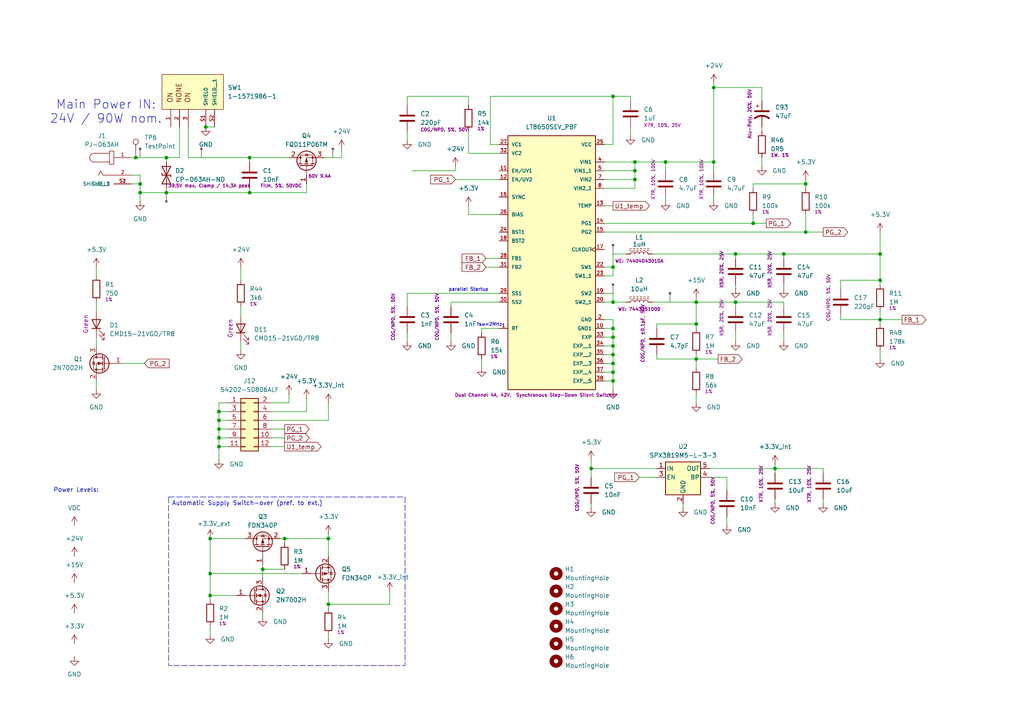
<source format=kicad_sch>
(kicad_sch (version 20250114) (generator "eeschema") (generator_version "9.0")
  (paper "A4")
  (title_block (title "Nathophone Driver Board") (date "2025-10-13") (rev "DRAFT") (company "Juventus Technikerschule HF"))
  (text "Main Power IN:\n24V / 90W nom." (at 30.734 32.512 0) (effects (font (size 2.54 2.54))))
  (text "fsw=2MHz" (at 141.986 94.234 0) (effects (font (size 0.9525 0.9525))))
  (text "Power Levels:" (at 22.098 142.24 0) (effects (font (size 1.27 1.27))))
  (text "parallel Startup\n" (at 135.89 84.074 0) (effects (font (size 0.9525 0.9525))))
  (text_box "Automatic Supply Switch-over (pref. to ext.)" (at 48.895 144.145 0) (size 68.58 48.895) (margins 0.9525 0.9525 0.9525 0.9525) (stroke (width 0) (type dash)) (effects (font (size 1.27 1.27)) (justify left top)))
  (junction (at 177.8 97.79))
  (junction (at 60.96 166.37))
  (junction (at 233.68 67.31))
  (junction (at 177.8 100.33))
  (junction (at 213.36 87.63))
  (junction (at 255.27 92.71))
  (junction (at 82.55 156.21))
  (junction (at 255.27 81.28))
  (junction (at 177.8 87.63))
  (junction (at 255.27 73.66))
  (junction (at 224.79 135.89))
  (junction (at 63.5 129.54))
  (junction (at 193.04 46.99))
  (junction (at 184.15 49.53))
  (junction (at 177.8 105.41))
  (junction (at 213.36 73.66))
  (junction (at 207.01 46.99))
  (junction (at 39.37 45.72))
  (junction (at 177.8 77.47))
  (junction (at 184.15 52.07))
  (junction (at 177.8 102.87))
  (junction (at 177.8 95.25))
  (junction (at 63.5 119.38))
  (junction (at 201.93 87.63))
  (junction (at 177.8 110.49))
  (junction (at 201.93 104.14))
  (junction (at 72.39 55.88))
  (junction (at 76.2 165.1))
  (junction (at 60.96 156.21))
  (junction (at 218.44 64.77))
  (junction (at 60.96 172.72))
  (junction (at 201.93 93.98))
  (junction (at 63.5 127))
  (junction (at 227.33 73.66))
  (junction (at 59.69 36.83))
  (junction (at 177.8 107.95))
  (junction (at 72.39 45.72))
  (junction (at 48.26 55.88))
  (junction (at 171.45 135.89))
  (junction (at 207.01 25.4))
  (junction (at 184.15 46.99))
  (junction (at 48.26 45.72))
  (junction (at 95.25 156.21))
  (junction (at 40.64 55.88))
  (junction (at 63.5 121.92))
  (junction (at 177.8 27.94))
  (junction (at 40.64 53.34))
  (junction (at 233.68 53.34))
  (junction (at 63.5 124.46))
  (junction (at 95.25 175.26))
  (wire (pts (xy 177.8 27.94) (xy 177.8 41.91)))
  (wire (pts (xy 118.11 96.52) (xy 118.11 99.06)))
  (wire (pts (xy 201.93 114.3) (xy 201.93 116.84)))
  (wire (pts (xy 201.93 104.14) (xy 201.93 106.68)))
  (wire (pts (xy 175.26 107.95) (xy 177.8 107.95)))
  (wire (pts (xy 54.61 45.72) (xy 72.39 45.72)))
  (wire (pts (xy 27.94 87.63) (xy 27.94 90.17)))
  (wire (pts (xy 207.01 25.4) (xy 207.01 46.99)))
  (wire (pts (xy 27.94 110.49) (xy 27.94 113.03)))
  (wire (pts (xy 175.26 102.87) (xy 177.8 102.87)))
  (wire (pts (xy 189.23 73.66) (xy 213.36 73.66)))
  (wire (pts (xy 175.26 92.71) (xy 177.8 92.71)))
  (wire (pts (xy 140.97 74.93) (xy 144.78 74.93)))
  (wire (pts (xy 118.11 85.09) (xy 118.11 88.9)))
  (wire (pts (xy 139.7 95.25) (xy 139.7 96.52)))
  (wire (pts (xy 63.5 129.54) (xy 63.5 127)))
  (wire (pts (xy 255.27 81.28) (xy 255.27 82.55)))
  (wire (pts (xy 207.01 46.99) (xy 207.01 49.53)))
  (wire (pts (xy 210.82 138.43) (xy 210.82 142.24)))
  (wire (pts (xy 82.55 156.21) (xy 95.25 156.21)))
  (wire (pts (xy 175.26 87.63) (xy 177.8 87.63)))
  (wire (pts (xy 227.33 82.55) (xy 227.33 83.82)))
  (wire (pts (xy 177.8 102.87) (xy 177.8 105.41)))
  (wire (pts (xy 227.33 73.66) (xy 255.27 73.66)))
  (wire (pts (xy 201.93 93.98) (xy 201.93 95.25)))
  (wire (pts (xy 139.7 104.14) (xy 139.7 106.68)))
  (wire (pts (xy 238.76 144.78) (xy 238.76 146.05)))
  (wire (pts (xy 93.98 45.72) (xy 99.06 45.72)))
  (wire (pts (xy 184.15 46.99) (xy 193.04 46.99)))
  (wire (pts (xy 118.11 38.1) (xy 118.11 40.64)))
  (wire (pts (xy 255.27 92.71) (xy 261.62 92.71)))
  (wire (pts (xy 255.27 101.6) (xy 255.27 104.14)))
  (wire (pts (xy 233.68 62.23) (xy 233.68 67.31)))
  (wire (pts (xy 144.78 52.07) (xy 132.08 52.07)))
  (wire (pts (xy 243.84 92.71) (xy 255.27 92.71)))
  (wire (pts (xy 220.98 45.72) (xy 220.98 48.26)))
  (wire (pts (xy 113.03 175.26) (xy 95.25 175.26)))
  (wire (pts (xy 177.8 87.63) (xy 177.8 85.09)))
  (wire (pts (xy 69.85 99.06) (xy 69.85 101.6)))
  (wire (pts (xy 72.39 54.61) (xy 72.39 55.88)))
  (wire (pts (xy 218.44 64.77) (xy 222.25 64.77)))
  (wire (pts (xy 255.27 73.66) (xy 255.27 81.28)))
  (wire (pts (xy 182.88 36.83) (xy 182.88 39.37)))
  (wire (pts (xy 38.1 45.72) (xy 39.37 45.72)))
  (wire (pts (xy 39.37 44.45) (xy 39.37 45.72)))
  (wire (pts (xy 213.36 96.52) (xy 213.36 99.06)))
  (wire (pts (xy 177.8 73.66) (xy 181.61 73.66)))
  (wire (pts (xy 113.03 171.45) (xy 113.03 175.26)))
  (wire (pts (xy 52.07 36.83) (xy 52.07 45.72)))
  (wire (pts (xy 48.26 55.88) (xy 72.39 55.88)))
  (wire (pts (xy 175.26 105.41) (xy 177.8 105.41)))
  (wire (pts (xy 27.94 97.79) (xy 27.94 100.33)))
  (wire (pts (xy 177.8 100.33) (xy 177.8 102.87)))
  (wire (pts (xy 190.5 95.25) (xy 190.5 93.98)))
  (wire (pts (xy 175.26 80.01) (xy 177.8 80.01)))
  (wire (pts (xy 38.1 50.8) (xy 40.64 50.8)))
  (wire (pts (xy 78.74 127) (xy 82.55 127)))
  (wire (pts (xy 220.98 29.21) (xy 220.98 25.4)))
  (wire (pts (xy 48.26 45.72) (xy 48.26 46.99)))
  (wire (pts (xy 201.93 87.63) (xy 201.93 93.98)))
  (wire (pts (xy 177.8 87.63) (xy 181.61 87.63)))
  (wire (pts (xy 201.93 102.87) (xy 201.93 104.14)))
  (wire (pts (xy 40.64 55.88) (xy 48.26 55.88)))
  (wire (pts (xy 38.1 53.34) (xy 40.64 53.34)))
  (wire (pts (xy 175.26 95.25) (xy 177.8 95.25)))
  (wire (pts (xy 60.96 166.37) (xy 60.96 172.72)))
  (wire (pts (xy 193.04 46.99) (xy 207.01 46.99)))
  (wire (pts (xy 220.98 36.83) (xy 220.98 38.1)))
  (wire (pts (xy 72.39 55.88) (xy 88.9 55.88)))
  (wire (pts (xy 184.15 52.07) (xy 184.15 49.53)))
  (wire (pts (xy 72.39 45.72) (xy 83.82 45.72)))
  (wire (pts (xy 224.79 135.89) (xy 238.76 135.89)))
  (wire (pts (xy 182.88 27.94) (xy 177.8 27.94)))
  (wire (pts (xy 40.64 53.34) (xy 40.64 55.88)))
  (wire (pts (xy 205.74 135.89) (xy 224.79 135.89)))
  (wire (pts (xy 213.36 73.66) (xy 227.33 73.66)))
  (wire (pts (xy 177.8 105.41) (xy 177.8 107.95)))
  (wire (pts (xy 95.25 171.45) (xy 95.25 175.26)))
  (wire (pts (xy 78.74 124.46) (xy 82.55 124.46)))
  (wire (pts (xy 59.69 36.83) (xy 62.23 36.83)))
  (wire (pts (xy 82.55 156.21) (xy 82.55 157.48)))
  (wire (pts (xy 171.45 138.43) (xy 171.45 135.89)))
  (wire (pts (xy 83.82 114.3) (xy 83.82 116.84)))
  (wire (pts (xy 218.44 62.23) (xy 218.44 64.77)))
  (wire (pts (xy 83.82 116.84) (xy 78.74 116.84)))
  (wire (pts (xy 243.84 81.28) (xy 255.27 81.28)))
  (wire (pts (xy 69.85 77.47) (xy 69.85 81.28)))
  (wire (pts (xy 213.36 73.66) (xy 213.36 74.93)))
  (wire (pts (xy 88.9 115.57) (xy 88.9 119.38)))
  (wire (pts (xy 88.9 53.34) (xy 88.9 55.88)))
  (wire (pts (xy 95.25 175.26) (xy 95.25 176.53)))
  (wire (pts (xy 227.33 96.52) (xy 227.33 99.06)))
  (wire (pts (xy 175.26 100.33) (xy 177.8 100.33)))
  (wire (pts (xy 171.45 135.89) (xy 190.5 135.89)))
  (wire (pts (xy 63.5 119.38) (xy 63.5 116.84)))
  (wire (pts (xy 177.8 110.49) (xy 177.8 113.03)))
  (wire (pts (xy 40.64 50.8) (xy 40.64 53.34)))
  (wire (pts (xy 95.25 184.15) (xy 95.25 185.42)))
  (wire (pts (xy 99.06 45.72) (xy 99.06 43.18)))
  (wire (pts (xy 213.36 87.63) (xy 213.36 88.9)))
  (wire (pts (xy 175.26 46.99) (xy 184.15 46.99)))
  (wire (pts (xy 118.11 85.09) (xy 144.78 85.09)))
  (wire (pts (xy 177.8 95.25) (xy 177.8 97.79)))
  (wire (pts (xy 144.78 62.23) (xy 135.89 62.23)))
  (wire (pts (xy 227.33 87.63) (xy 213.36 87.63)))
  (wire (pts (xy 135.89 27.94) (xy 118.11 27.94)))
  (wire (pts (xy 72.39 46.99) (xy 72.39 45.72)))
  (wire (pts (xy 76.2 165.1) (xy 76.2 167.64)))
  (wire (pts (xy 130.81 88.9) (xy 130.81 87.63)))
  (wire (pts (xy 132.08 49.53) (xy 119.38 49.53)))
  (wire (pts (xy 201.93 87.63) (xy 201.93 86.36)))
  (wire (pts (xy 175.26 110.49) (xy 177.8 110.49)))
  (wire (pts (xy 63.5 121.92) (xy 63.5 119.38)))
  (wire (pts (xy 95.25 116.84) (xy 95.25 121.92)))
  (wire (pts (xy 233.68 52.07) (xy 233.68 53.34)))
  (wire (pts (xy 190.5 104.14) (xy 201.93 104.14)))
  (wire (pts (xy 213.36 87.63) (xy 201.93 87.63)))
  (wire (pts (xy 224.79 135.89) (xy 224.79 137.16)))
  (wire (pts (xy 177.8 107.95) (xy 177.8 110.49)))
  (wire (pts (xy 63.5 116.84) (xy 66.04 116.84)))
  (wire (pts (xy 69.85 88.9) (xy 69.85 91.44)))
  (wire (pts (xy 60.96 156.21) (xy 71.12 156.21)))
  (wire (pts (xy 76.2 165.1) (xy 82.55 165.1)))
  (wire (pts (xy 60.96 181.61) (xy 60.96 184.15)))
  (wire (pts (xy 144.78 44.45) (xy 135.89 44.45)))
  (wire (pts (xy 88.9 119.38) (xy 78.74 119.38)))
  (wire (pts (xy 224.79 134.62) (xy 224.79 135.89)))
  (wire (pts (xy 35.56 105.41) (xy 41.91 105.41)))
  (wire (pts (xy 130.81 96.52) (xy 130.81 99.06)))
  (wire (pts (xy 60.96 166.37) (xy 87.63 166.37)))
  (wire (pts (xy 78.74 129.54) (xy 82.55 129.54)))
  (wire (pts (xy 184.15 49.53) (xy 184.15 46.99)))
  (wire (pts (xy 171.45 133.35) (xy 171.45 135.89)))
  (wire (pts (xy 190.5 93.98) (xy 201.93 93.98)))
  (wire (pts (xy 233.68 67.31) (xy 238.76 67.31)))
  (wire (pts (xy 182.88 29.21) (xy 182.88 27.94)))
  (wire (pts (xy 233.68 53.34) (xy 233.68 54.61)))
  (wire (pts (xy 184.15 54.61) (xy 184.15 52.07)))
  (wire (pts (xy 224.79 144.78) (xy 224.79 146.05)))
  (wire (pts (xy 54.61 36.83) (xy 54.61 45.72)))
  (wire (pts (xy 175.26 85.09) (xy 177.8 85.09)))
  (wire (pts (xy 63.5 127) (xy 66.04 127)))
  (wire (pts (xy 177.8 77.47) (xy 177.8 73.66)))
  (wire (pts (xy 95.25 121.92) (xy 78.74 121.92)))
  (wire (pts (xy 171.45 146.05) (xy 171.45 147.32)))
  (wire (pts (xy 175.26 97.79) (xy 177.8 97.79)))
  (wire (pts (xy 40.64 55.88) (xy 40.64 58.42)))
  (wire (pts (xy 255.27 67.31) (xy 255.27 73.66)))
  (wire (pts (xy 63.5 133.35) (xy 63.5 129.54)))
  (wire (pts (xy 63.5 127) (xy 63.5 124.46)))
  (wire (pts (xy 140.97 77.47) (xy 144.78 77.47)))
  (wire (pts (xy 207.01 57.15) (xy 207.01 58.42)))
  (wire (pts (xy 144.78 95.25) (xy 139.7 95.25)))
  (wire (pts (xy 175.26 52.07) (xy 184.15 52.07)))
  (wire (pts (xy 60.96 172.72) (xy 60.96 173.99)))
  (wire (pts (xy 142.24 27.94) (xy 177.8 27.94)))
  (wire (pts (xy 95.25 156.21) (xy 95.25 161.29)))
  (wire (pts (xy 189.23 87.63) (xy 201.93 87.63)))
  (wire (pts (xy 135.89 44.45) (xy 135.89 38.1)))
  (wire (pts (xy 227.33 88.9) (xy 227.33 87.63)))
  (wire (pts (xy 95.25 154.94) (xy 95.25 156.21)))
  (wire (pts (xy 48.26 45.72) (xy 52.07 45.72)))
  (wire (pts (xy 175.26 59.69) (xy 177.8 59.69)))
  (wire (pts (xy 118.11 27.94) (xy 118.11 30.48)))
  (wire (pts (xy 218.44 53.34) (xy 233.68 53.34)))
  (wire (pts (xy 207.01 24.13) (xy 207.01 25.4)))
  (wire (pts (xy 218.44 54.61) (xy 218.44 53.34)))
  (wire (pts (xy 82.55 156.21) (xy 81.28 156.21)))
  (wire (pts (xy 193.04 57.15) (xy 193.04 58.42)))
  (wire (pts (xy 177.8 41.91) (xy 175.26 41.91)))
  (wire (pts (xy 76.2 163.83) (xy 76.2 165.1)))
  (wire (pts (xy 63.5 119.38) (xy 66.04 119.38)))
  (wire (pts (xy 220.98 25.4) (xy 207.01 25.4)))
  (wire (pts (xy 39.37 45.72) (xy 48.26 45.72)))
  (wire (pts (xy 60.96 156.21) (xy 60.96 166.37)))
  (wire (pts (xy 63.5 121.92) (xy 66.04 121.92)))
  (wire (pts (xy 63.5 129.54) (xy 66.04 129.54)))
  (wire (pts (xy 76.2 177.8) (xy 76.2 179.07)))
  (wire (pts (xy 144.78 41.91) (xy 142.24 41.91)))
  (wire (pts (xy 185.42 138.43) (xy 190.5 138.43)))
  (wire (pts (xy 177.8 97.79) (xy 177.8 100.33)))
  (wire (pts (xy 175.26 64.77) (xy 218.44 64.77)))
  (wire (pts (xy 142.24 41.91) (xy 142.24 27.94)))
  (wire (pts (xy 175.26 49.53) (xy 184.15 49.53)))
  (wire (pts (xy 227.33 73.66) (xy 227.33 74.93)))
  (wire (pts (xy 190.5 102.87) (xy 190.5 104.14)))
  (wire (pts (xy 48.26 54.61) (xy 48.26 55.88)))
  (wire (pts (xy 238.76 135.89) (xy 238.76 137.16)))
  (wire (pts (xy 68.58 172.72) (xy 60.96 172.72)))
  (wire (pts (xy 243.84 83.82) (xy 243.84 81.28)))
  (wire (pts (xy 135.89 62.23) (xy 135.89 59.69)))
  (wire (pts (xy 205.74 138.43) (xy 210.82 138.43)))
  (wire (pts (xy 177.8 80.01) (xy 177.8 77.47)))
  (wire (pts (xy 243.84 91.44) (xy 243.84 92.71)))
  (wire (pts (xy 175.26 77.47) (xy 177.8 77.47)))
  (wire (pts (xy 130.81 87.63) (xy 144.78 87.63)))
  (wire (pts (xy 175.26 54.61) (xy 184.15 54.61)))
  (wire (pts (xy 27.94 77.47) (xy 27.94 80.01)))
  (wire (pts (xy 255.27 92.71) (xy 255.27 93.98)))
  (wire (pts (xy 135.89 30.48) (xy 135.89 27.94)))
  (wire (pts (xy 213.36 82.55) (xy 213.36 83.82)))
  (wire (pts (xy 210.82 149.86) (xy 210.82 152.4)))
  (wire (pts (xy 177.8 92.71) (xy 177.8 95.25)))
  (wire (pts (xy 201.93 104.14) (xy 208.28 104.14)))
  (wire (pts (xy 175.26 67.31) (xy 233.68 67.31)))
  (wire (pts (xy 193.04 49.53) (xy 193.04 46.99)))
  (wire (pts (xy 132.08 49.53) (xy 132.08 48.26)))
  (wire (pts (xy 255.27 90.17) (xy 255.27 92.71)))
  (wire (pts (xy 198.12 146.05) (xy 198.12 147.32)))
  (wire (pts (xy 63.5 124.46) (xy 66.04 124.46)))
  (wire (pts (xy 63.5 124.46) (xy 63.5 121.92)))
  (global_label "FB_2" (shape input) (at 140.97 77.47 180) (property "Intersheetrefs" "${INTERSHEET_REFS}" (effects (hide yes))))
  (global_label "FB_2" (shape output) (at 208.28 104.14 0) (property "Intersheetrefs" "${INTERSHEET_REFS}" (effects (hide yes))))
  (global_label "PG_1" (shape output) (at 82.55 124.46 0) (property "Intersheetrefs" "${INTERSHEET_REFS}" (effects (hide yes))))
  (global_label "PG_1" (shape input) (at 185.42 138.43 180) (property "Intersheetrefs" "${INTERSHEET_REFS}" (effects (hide yes))))
  (global_label "U1_temp" (shape output) (at 177.8 59.69 0) (property "Intersheetrefs" "${INTERSHEET_REFS}" (effects (hide yes))))
  (global_label "PG_2" (shape output) (at 82.55 127 0) (property "Intersheetrefs" "${INTERSHEET_REFS}" (effects (hide yes))))
  (global_label "PG_2" (shape input) (at 41.91 105.41 0) (property "Intersheetrefs" "${INTERSHEET_REFS}" (effects (hide yes))))
  (global_label "FB_1" (shape output) (at 261.62 92.71 0) (property "Intersheetrefs" "${INTERSHEET_REFS}" (effects (hide yes))))
  (global_label "PG_1" (shape input) (at 132.08 52.07 180) (property "Intersheetrefs" "${INTERSHEET_REFS}" (effects (hide yes))))
  (global_label "FB_1" (shape input) (at 140.97 74.93 180) (property "Intersheetrefs" "${INTERSHEET_REFS}" (effects (hide yes))))
  (global_label "PG_1" (shape output) (at 222.25 64.77 0) (property "Intersheetrefs" "${INTERSHEET_REFS}" (effects (hide yes))))
  (global_label "PG_2" (shape output) (at 238.76 67.31 0) (property "Intersheetrefs" "${INTERSHEET_REFS}" (effects (hide yes))))
  (global_label "U1_temp" (shape output) (at 82.55 129.54 0) (property "Intersheetrefs" "${INTERSHEET_REFS}" (effects (hide yes))))
  (netclass_flag "" (length 2.54) (shape dot) (at 40.64 45.72 0) (property "Netclass" "Power_Input" (effects (hide yes))))
  (netclass_flag "" (length 2.54) (shape dot) (at 58.42 45.72 0) (property "Netclass" "Power_Input" (effects (hide yes))))
  (netclass_flag "" (length 2.54) (shape dot) (at 177.8 73.66 0) (property "Netclass" "Power_General" (effects (hide yes))))
  (netclass_flag "" (length 2.54) (shape dot) (at 194.31 87.63 0) (property "Netclass" "Power_DRVs" (effects (hide yes))))
  (netclass_flag "" (length 2.54) (shape dot) (at 96.52 45.72 0) (property "Netclass" "Power_Input" (effects (hide yes))))
  (netclass_flag "" (length 2.54) (shape dot) (at 48.26 55.88 180) (property "Netclass" "Power_Input" (effects (hide yes))))
  (netclass_flag "" (length 2.54) (shape dot) (at 177.8 85.09 0) (property "Netclass" "Power_DRVs" (effects (hide yes))))
  (symbol (lib_id "power:+24V") (at 69.85 77.47 0) (unit 1)
    (property "Reference" "#PWR0139" (effects (hide yes)))
    (property "Value" "+24V" (at 69.85 72.39 0))
    (property "Description" "Power symbol creates a global label with name \"+24V\"" (effects (hide yes)))
  )
  (symbol (lib_id "power:+5V") (at 171.45 133.35 0) (unit 1)
    (property "Reference" "#PWR023" (effects (hide yes)))
    (property "Value" "+5.3V" (at 171.45 128.27 0))
    (property "Description" "Power symbol creates a global label with name \"+5V\"" (effects (hide yes)))
  )
  (symbol (lib_id "Device:C") (at 213.36 78.74 0) (unit 1)
    (property "Reference" "C11" (at 217.17 77.4699 0) (effects (justify left)))
    (property "Value" "47uF" (at 217.17 80.0099 0) (effects (justify left)))
    (property "Footprint" "Capacitor_SMD:C_1206_3216Metric" (effects (hide yes)))
    (property "Datasheet" "https://product.tdk.com/system/files/dam/doc/product/capacitor/ceramic/mlcc/catalog/mlcc_commercial_general_en.pdf" (effects (hide yes)))
    (property "Description" "Unpolarized capacitor" (effects (hide yes)))
    (property "DigiKey_PartNo" "445-8047-2-ND" (effects (hide yes)))
    (property "Key Info" "X5R, 20%, 25V" (at 209.296 83.566 90) (effects (font (size 0.9525 0.9525)) (justify left)))
  )
  (symbol (lib_id "Device:R") (at 82.55 161.29 0) (unit 1)
    (property "Reference" "R3" (at 85.09 160.0199 0) (effects (justify left)))
    (property "Value" "1M" (at 85.09 162.5599 0) (effects (justify left)))
    (property "Footprint" "Resistor_SMD:R_0805_2012Metric" (effects (hide yes)))
    (property "Datasheet" "https://www.vishay.com/docs/20035/dcrcwe3.pdf" (effects (hide yes)))
    (property "Description" "Resistor" (effects (hide yes)))
    (property "DigiKey_PartNo" "541-1.00MCTR-ND" (effects (hide yes)))
    (property "Key Info" "1%" (at 85.09 164.338 0) (effects (font (size 0.9525 0.9525)) (justify left)))
  )
  (symbol (lib_id "Device:C") (at 210.82 146.05 0) (unit 1)
    (property "Reference" "C10" (at 214.63 144.7799 0) (effects (justify left)))
    (property "Value" "10nF" (at 214.63 147.3199 0) (effects (justify left)))
    (property "Footprint" "Capacitor_SMD:C_0805_2012Metric" (effects (hide yes)))
    (property "Datasheet" "http://www.samsungsem.com/kr/support/product-search/mlcc/CL21C103JBF1PNE.jsp" (effects (hide yes)))
    (property "Description" "Unpolarized capacitor" (effects (hide yes)))
    (property "DigiKey_PartNo" "1276-6790-2-ND" (effects (hide yes)))
    (property "Key Info" "C0G/NP0, 5%, 50V" (at 206.756 152.146 90) (effects (font (size 0.9525 0.9525)) (justify left)))
  )
  (symbol (lib_id "power:+24V") (at 132.08 48.26 0) (unit 1)
    (property "Reference" "#PWR020" (effects (hide yes)))
    (property "Value" "+24V" (at 132.08 43.18 0))
    (property "Description" "Power symbol creates a global label with name \"+24V\"" (effects (hide yes)))
  )
  (symbol (lib_id "Mechanical:MountingHole") (at 161.29 191.77 0) (unit 1) (in_bom no)
    (property "Reference" "H6" (at 163.83 190.4999 0) (effects (justify left)))
    (property "Value" "MountingHole" (at 163.83 193.0399 0) (effects (justify left)))
    (property "Footprint" "MountingHole:MountingHole_3.2mm_M3" (effects (hide yes)))
    (property "Description" "Mounting Hole without connection" (effects (hide yes)))
  )
  (symbol (lib_id "Device:R") (at 95.25 180.34 0) (unit 1)
    (property "Reference" "R4" (at 97.79 179.0699 0) (effects (justify left)))
    (property "Value" "1M" (at 97.79 181.6099 0) (effects (justify left)))
    (property "Footprint" "Resistor_SMD:R_0805_2012Metric" (effects (hide yes)))
    (property "Datasheet" "https://www.vishay.com/docs/20035/dcrcwe3.pdf" (effects (hide yes)))
    (property "Description" "Resistor" (effects (hide yes)))
    (property "DigiKey_PartNo" "541-1.00MCTR-ND" (effects (hide yes)))
    (property "Key Info" "1%" (at 97.79 183.388 0) (effects (font (size 0.9525 0.9525)) (justify left)))
  )
  (symbol (lib_id "Device:C") (at 72.39 50.8 0) (unit 1)
    (property "Reference" "C1" (at 76.2 49.5299 0) (effects (justify left)))
    (property "Value" "10nF" (at 76.2 52.0699 0) (effects (justify left)))
    (property "Footprint" "Capacitor_SMD:C_1206_3216Metric" (effects (hide yes)))
    (property "Datasheet" "https://industrial.panasonic.com/ww/products/pt/film-cap-electroequip/models/ECHU1H103JX5" (effects (hide yes)))
    (property "Description" "Unpolarized capacitor" (effects (hide yes)))
    (property "DigiKey_PartNo" "PCF1340TR-ND" (effects (hide yes)))
    (property "Key Info" "Film, 5%, 50VDC" (at 81.534 53.848 0) (effects (font (size 0.9525 0.9525))))
  )
  (symbol (lib_id "Device:D_TVS") (at 48.26 50.8 90) (unit 1)
    (property "Reference" "D2" (at 50.8 49.5299 90) (effects (justify right)))
    (property "Value" "CP-063AH-ND" (at 50.8 52.0699 90) (effects (justify right)))
    (property "Footprint" "Diode_SMD:D_SMB" (effects (hide yes)))
    (property "Datasheet" "https://www.littelfuse.com/assetdocs/tvs-diode-tpsmb-datasheet?assetguid=E7A196A8-A225-4724-AB76-7C22E0D48557" (effects (hide yes)))
    (property "Description" "Bidirectional transient-voltage-suppression diode" (effects (hide yes)))
    (property "DigiKey_PartNo" "18-TPSMB2616CATR-ND" (effects (hide yes)))
    (property "Key Info" "39,5V max. Clamp / 14,3A peak" (at 60.706 53.848 90) (effects (font (size 0.9525 0.9525))))
  )
  (symbol (lib_id "power:GND") (at 63.5 133.35 0) (unit 1)
    (property "Reference" "#PWR0138" (effects (hide yes)))
    (property "Value" "GND" (at 68.58 134.62 0))
    (property "Description" "Power symbol creates a global label with name \"GND\" , ground" (effects (hide yes)))
  )
  (symbol (lib_id "Mechanical:MountingHole") (at 161.29 186.69 0) (unit 1) (in_bom no)
    (property "Reference" "H5" (at 163.83 185.4199 0) (effects (justify left)))
    (property "Value" "MountingHole" (at 163.83 187.9599 0) (effects (justify left)))
    (property "Footprint" "MountingHole:MountingHole_3.2mm_M3" (effects (hide yes)))
    (property "Description" "Mounting Hole without connection" (effects (hide yes)))
  )
  (symbol (lib_id "power:GND") (at 60.96 184.15 0) (unit 1)
    (property "Reference" "#PWR011" (effects (hide yes)))
    (property "Value" "GND" (at 66.04 185.42 0))
    (property "Description" "Power symbol creates a global label with name \"GND\" , ground" (effects (hide yes)))
  )
  (symbol (lib_id "power:+15V") (at 201.93 86.36 0) (unit 1)
    (property "Reference" "#PWR029" (effects (hide yes)))
    (property "Value" "+15V" (at 201.93 81.28 0))
    (property "Description" "Power symbol creates a global label with name \"+15V\"" (effects (hide yes)))
  )
  (symbol (lib_id "power:+15V") (at 21.59 168.91 0) (unit 1)
    (property "Reference" "#PWR03" (effects (hide yes)))
    (property "Value" "+15V" (at 21.59 163.83 0))
    (property "Description" "Power symbol creates a global label with name \"+15V\"" (effects (hide yes)))
  )
  (symbol (lib_id "Device:C") (at 224.79 140.97 0) (unit 1)
    (property "Reference" "C13" (at 228.6 139.6999 0) (effects (justify left)))
    (property "Value" "10uF" (at 228.6 142.2399 0) (effects (justify left)))
    (property "Footprint" "Capacitor_SMD:C_1206_3216Metric" (effects (hide yes)))
    (property "Datasheet" "https://mm.digikey.com/Volume0/opasdata/d220001/medias/docus/658/CL31B106KAHNNNE_Spec.pdf" (effects (hide yes)))
    (property "Description" "Unpolarized capacitor" (effects (hide yes)))
    (property "DigiKey_PartNo" "1276-1804-2-ND" (effects (hide yes)))
    (property "Key Info" "X7R, 10%, 25V" (at 220.726 145.796 90) (effects (font (size 0.9525 0.9525)) (justify left)))
  )
  (symbol (lib_id "Device:C") (at 118.11 34.29 0) (unit 1)
    (property "Reference" "C2" (at 121.92 33.0199 0) (effects (justify left)))
    (property "Value" "220pF" (at 121.92 35.5599 0) (effects (justify left)))
    (property "Footprint" "Capacitor_SMD:C_0805_2012Metric" (effects (hide yes)))
    (property "Datasheet" "http://www.samsungsem.com/kr/support/product-search/mlcc/CL21C221JBANNNC.jsp" (effects (hide yes)))
    (property "Description" "Unpolarized capacitor" (effects (hide yes)))
    (property "DigiKey_PartNo" "1276-1164-2-ND" (effects (hide yes)))
    (property "Key Info" "C0G/NP0, 5%, 50V" (at 121.92 37.592 0) (effects (font (size 0.9525 0.9525)) (justify left)))
  )
  (symbol (lib_id "Device:C") (at 182.88 33.02 0) (unit 1)
    (property "Reference" "C6" (at 186.69 31.7499 0) (effects (justify left)))
    (property "Value" "1uF" (at 186.69 34.2899 0) (effects (justify left)))
    (property "Footprint" "Capacitor_SMD:C_0805_2012Metric" (effects (hide yes)))
    (property "Datasheet" "https://mm.digikey.com/Volume0/opasdata/d220001/medias/docus/1105/CL21B105KAFNNNE_Spec.pdf" (effects (hide yes)))
    (property "Description" "Unpolarized capacitor" (effects (hide yes)))
    (property "DigiKey_PartNo" "1276-1066-2-ND" (effects (hide yes)))
    (property "Key Info" "X7R, 10%, 25V" (at 186.69 36.322 0) (effects (font (size 0.9525 0.9525)) (justify left)))
  )
  (symbol (lib_id "Transistor_FET:FDN340P") (at 92.71 166.37 0) (mirror x) (unit 1)
    (property "Reference" "Q5" (at 99.06 165.0999 0) (effects (justify left)))
    (property "Value" "FDN340P" (at 99.06 167.6399 0) (effects (justify left)))
    (property "Footprint" "Package_TO_SOT_SMD:SOT-23" (effects (hide yes)))
    (property "Datasheet" "https://www.onsemi.com/pub/Collateral/FDN340P-D.PDF" (effects (hide yes)))
    (property "Description" "-2A Id, -20V Vds, P-Channel MOSFET, 70mOhm Ron, SOT-23" (effects (hide yes)))
    (property "DigiKey_PartNo" "FDN340PTR-ND" (effects (hide yes)))
  )
  (symbol (lib_id "Mechanical:MountingHole") (at 161.29 166.37 0) (unit 1) (in_bom no)
    (property "Reference" "H1" (at 163.83 165.0999 0) (effects (justify left)))
    (property "Value" "MountingHole" (at 163.83 167.6399 0) (effects (justify left)))
    (property "Footprint" "MountingHole:MountingHole_3.2mm_M3" (effects (hide yes)))
    (property "Description" "Mounting Hole without connection" (effects (hide yes)))
  )
  (symbol (lib_id "power:+3.3V") (at 95.25 154.94 0) (unit 1)
    (property "Reference" "#PWR013" (effects (hide yes)))
    (property "Value" "+3.3V" (at 95.25 149.86 0))
    (property "Description" "Power symbol creates a global label with name \"+3.3V\"" (effects (hide yes)))
  )
  (symbol (lib_id "Device:R") (at 201.93 110.49 0) (unit 1)
    (property "Reference" "R8" (at 204.47 109.2199 0) (effects (justify left)))
    (property "Value" "56k" (at 204.47 111.7599 0) (effects (justify left)))
    (property "Footprint" "Resistor_SMD:R_0805_2012Metric" (effects (hide yes)))
    (property "Datasheet" "https://www.vishay.com/docs/20035/dcrcwe3.pdf" (effects (hide yes)))
    (property "Description" "Resistor" (effects (hide yes)))
    (property "DigiKey_PartNo" "541-56.0KCTR-ND" (effects (hide yes)))
    (property "Key Info" "1%" (at 204.47 113.538 0) (effects (font (size 0.9525 0.9525)) (justify left)))
  )
  (symbol (lib_id "power:+3.3V") (at 95.25 116.84 0) (unit 1)
    (property "Reference" "#PWR0137" (effects (hide yes)))
    (property "Value" "+3.3V_int" (at 95.25 111.76 0))
    (property "Description" "Power symbol creates a global label with name \"+3.3V\"" (effects (hide yes)))
  )
  (symbol (lib_id "Device:C") (at 213.36 92.71 0) (unit 1)
    (property "Reference" "C12" (at 217.17 91.4399 0) (effects (justify left)))
    (property "Value" "47uF" (at 217.17 93.9799 0) (effects (justify left)))
    (property "Footprint" "Capacitor_SMD:C_1206_3216Metric" (effects (hide yes)))
    (property "Datasheet" "https://product.tdk.com/system/files/dam/doc/product/capacitor/ceramic/mlcc/catalog/mlcc_commercial_general_en.pdf" (effects (hide yes)))
    (property "Description" "Unpolarized capacitor" (effects (hide yes)))
    (property "DigiKey_PartNo" "445-8047-2-ND" (effects (hide yes)))
    (property "Key Info" "X5R, 20%, 25V" (at 209.296 97.536 90) (effects (font (size 0.9525 0.9525)) (justify left)))
  )
  (symbol (lib_id "power:+3.3V") (at 224.79 134.62 0) (unit 1)
    (property "Reference" "#PWR036" (effects (hide yes)))
    (property "Value" "+3.3V_int" (at 224.79 129.54 0))
    (property "Description" "Power symbol creates a global label with name \"+3.3V\"" (effects (hide yes)))
  )
  (symbol (lib_id "power:+24V") (at 99.06 43.18 0) (unit 1)
    (property "Reference" "#PWR015" (effects (hide yes)))
    (property "Value" "+24V" (at 99.06 38.1 0))
    (property "Description" "Power symbol creates a global label with name \"+24V\"" (effects (hide yes)))
  )
  (symbol (lib_id "power:GND") (at 76.2 179.07 0) (unit 1)
    (property "Reference" "#PWR012" (effects (hide yes)))
    (property "Value" "GND" (at 81.28 180.34 0))
    (property "Description" "Power symbol creates a global label with name \"GND\" , ground" (effects (hide yes)))
  )
  (symbol (lib_id "power:+5V") (at 255.27 67.31 0) (unit 1)
    (property "Reference" "#PWR042" (effects (hide yes)))
    (property "Value" "+5.3V" (at 255.27 62.23 0))
    (property "Description" "Power symbol creates a global label with name \"+5V\"" (effects (hide yes)))
  )
  (symbol (lib_id "power:GND") (at 171.45 147.32 0) (unit 1)
    (property "Reference" "#PWR024" (effects (hide yes)))
    (property "Value" "GND" (at 176.53 148.59 0))
    (property "Description" "Power symbol creates a global label with name \"GND\" , ground" (effects (hide yes)))
  )
  (symbol (lib_id "power:GND") (at 213.36 83.82 0) (unit 1)
    (property "Reference" "#PWR034" (effects (hide yes)))
    (property "Value" "GND" (at 218.44 85.09 0))
    (property "Description" "Power symbol creates a global label with name \"GND\" , ground" (effects (hide yes)))
  )
  (symbol (lib_id "power:GND") (at 238.76 146.05 0) (unit 1)
    (property "Reference" "#PWR041" (effects (hide yes)))
    (property "Value" "GND" (at 243.84 147.32 0))
    (property "Description" "Power symbol creates a global label with name \"GND\" , ground" (effects (hide yes)))
  )
  (symbol (lib_id "power:GND") (at 227.33 83.82 0) (unit 1)
    (property "Reference" "#PWR038" (effects (hide yes)))
    (property "Value" "GND" (at 232.41 85.09 0))
    (property "Description" "Power symbol creates a global label with name \"GND\" , ground" (effects (hide yes)))
  )
  (symbol (lib_id "power:+24V") (at 207.01 24.13 0) (unit 1)
    (property "Reference" "#PWR031" (effects (hide yes)))
    (property "Value" "+24V" (at 207.01 19.05 0))
    (property "Description" "Power symbol creates a global label with name \"+24V\"" (effects (hide yes)))
  )
  (symbol (lib_id "Device:R") (at 27.94 83.82 0) (unit 1)
    (property "Reference" "R1" (at 30.48 82.5499 0) (effects (justify left)))
    (property "Value" "750" (at 30.48 85.0899 0) (effects (justify left)))
    (property "Footprint" "Resistor_SMD:R_0805_2012Metric" (effects (hide yes)))
    (property "Datasheet" "https://www.vishay.com/docs/20035/dcrcwe3.pdf" (effects (hide yes)))
    (property "Description" "Resistor" (effects (hide yes)))
    (property "DigiKey_PartNo" "541-750CTR-ND" (effects (hide yes)))
    (property "Key Info" "1%" (at 30.48 86.868 0) (effects (font (size 0.9525 0.9525)) (justify left)))
  )
  (symbol (lib_id "power:GND") (at 193.04 58.42 0) (unit 1)
    (property "Reference" "#PWR027" (effects (hide yes)))
    (property "Value" "GND" (at 198.12 59.69 0))
    (property "Description" "Power symbol creates a global label with name \"GND\" , ground" (effects (hide yes)))
  )
  (symbol (lib_id "power:GND") (at 59.69 36.83 0) (unit 1)
    (property "Reference" "#PWR0150" (effects (hide yes)))
    (property "Value" "GND" (at 59.69 41.91 0))
    (property "Description" "Power symbol creates a global label with name \"GND\" , ground" (effects (hide yes)))
  )
  (symbol (lib_id "power:GND") (at 201.93 116.84 0) (unit 1)
    (property "Reference" "#PWR030" (effects (hide yes)))
    (property "Value" "GND" (at 207.01 118.11 0))
    (property "Description" "Power symbol creates a global label with name \"GND\" , ground" (effects (hide yes)))
  )
  (symbol (lib_id "power:+5V") (at 233.68 52.07 0) (unit 1)
    (property "Reference" "#PWR040" (effects (hide yes)))
    (property "Value" "+5.3V" (at 233.68 46.99 0))
    (property "Description" "Power symbol creates a global label with name \"+5V\"" (effects (hide yes)))
  )
  (symbol (lib_id "power:+3.3V") (at 113.03 171.45 0) (unit 1)
    (property "Reference" "#PWR016" (effects (hide yes)))
    (property "Value" "+3.3V_int" (at 109.22 167.386 0) (effects (justify left)))
    (property "Description" "Power symbol creates a global label with name \"+3.3V\"" (effects (hide yes)))
  )
  (symbol (lib_id "power:+24V") (at 21.59 161.29 0) (unit 1)
    (property "Reference" "#PWR02" (effects (hide yes)))
    (property "Value" "+24V" (at 21.59 156.21 0))
    (property "Description" "Power symbol creates a global label with name \"+24V\"" (effects (hide yes)))
  )
  (symbol (lib_id "Device:R") (at 220.98 41.91 0) (unit 1)
    (property "Reference" "R46" (at 223.52 40.6399 0) (effects (justify left)))
    (property "Value" "0R5" (at 223.52 43.1799 0) (effects (justify left)))
    (property "Footprint" "Resistor_SMD:R_1206_3216Metric" (effects (hide yes)))
    (property "Datasheet" "https://www.eaton.com/content/dam/eaton/products/electronic-components/resources/data-sheet/eaton-mfha-automotive-smd-current-sense-resistor-metal-film-data-sheet-elx1178.pdf" (effects (hide yes)))
    (property "Description" "Resistor" (effects (hide yes)))
    (property "DigiKey_PartNo" "283-MFHA1206R5000FCTR-ND" (effects (hide yes)))
    (property "Key Info" "1W, 1%" (at 223.52 44.958 0) (effects (font (size 0.9525 0.9525)) (justify left)))
  )
  (symbol (lib_id "power:GND") (at 207.01 58.42 0) (unit 1)
    (property "Reference" "#PWR032" (effects (hide yes)))
    (property "Value" "GND" (at 212.09 59.69 0))
    (property "Description" "Power symbol creates a global label with name \"GND\" , ground" (effects (hide yes)))
  )
  (symbol (lib_id "power:GND") (at 130.81 99.06 0) (unit 1)
    (property "Reference" "#PWR019" (effects (hide yes)))
    (property "Value" "GND" (at 135.89 100.33 0))
    (property "Description" "Power symbol creates a global label with name \"GND\" , ground" (effects (hide yes)))
  )
  (symbol (lib_id "Device:C") (at 243.84 87.63 0) (unit 1)
    (property "Reference" "C17" (at 247.65 86.3599 0) (effects (justify left)))
    (property "Value" "220pF" (at 247.65 88.8999 0) (effects (justify left)))
    (property "Footprint" "Capacitor_SMD:C_0805_2012Metric" (effects (hide yes)))
    (property "Datasheet" "http://www.samsungsem.com/kr/support/product-search/mlcc/CL21C221JBANNNC.jsp" (effects (hide yes)))
    (property "Description" "Unpolarized capacitor" (effects (hide yes)))
    (property "DigiKey_PartNo" "1276-1164-2-ND" (effects (hide yes)))
    (property "Key Info" "C0G/NP0, 5%, 50V" (at 240.284 93.218 90) (effects (font (size 0.9525 0.9525)) (justify left)))
  )
  (symbol (lib_id "power:GND") (at 118.11 99.06 0) (unit 1)
    (property "Reference" "#PWR018" (effects (hide yes)))
    (property "Value" "GND" (at 123.19 100.33 0))
    (property "Description" "Power symbol creates a global label with name \"GND\" , ground" (effects (hide yes)))
  )
  (symbol (lib_id "power:GND") (at 69.85 101.6 0) (unit 1)
    (property "Reference" "#PWR0140" (effects (hide yes)))
    (property "Value" "GND" (at 69.85 106.68 0))
    (property "Description" "Power symbol creates a global label with name \"GND\" , ground" (effects (hide yes)))
  )
  (symbol (lib_id "Device:LED") (at 69.85 95.25 90) (unit 1)
    (property "Reference" "D11" (at 73.66 95.5674 90) (effects (justify right)))
    (property "Value" "CMD15-21VGD/TR8" (at 73.66 98.1074 90) (effects (justify right)))
    (property "Footprint" "LED_SMD:LED_1206_3216Metric" (effects (hide yes)))
    (property "Datasheet" "https://mm.digikey.com/Volume0/opasdata/d220001/medias/docus/4208/CMD15-21_Rev8.pdf" (effects (hide yes)))
    (property "Description" "Light emitting diode" (effects (hide yes)))
    (property "Sim.Pins" "1=K 2=A" (effects (hide yes)))
    (property "DigiKey_PartNo" "L62305TR-ND" (effects (hide yes)))
    (property "Key Info" "Green" (at 66.802 95.25 0))
  )
  (symbol (lib_id "Device:C") (at 238.76 140.97 0) (unit 1)
    (property "Reference" "C16" (at 242.57 139.6999 0) (effects (justify left)))
    (property "Value" "10uF" (at 242.57 142.2399 0) (effects (justify left)))
    (property "Footprint" "Capacitor_SMD:C_1206_3216Metric" (effects (hide yes)))
    (property "Datasheet" "https://mm.digikey.com/Volume0/opasdata/d220001/medias/docus/658/CL31B106KAHNNNE_Spec.pdf" (effects (hide yes)))
    (property "Description" "Unpolarized capacitor" (effects (hide yes)))
    (property "DigiKey_PartNo" "1276-1804-2-ND" (effects (hide yes)))
    (property "Key Info" "X7R, 10%, 25V" (at 234.696 145.796 90) (effects (font (size 0.9525 0.9525)) (justify left)))
  )
  (symbol (lib_id "power:+5V") (at 27.94 77.47 0) (unit 1)
    (property "Reference" "#PWR07" (effects (hide yes)))
    (property "Value" "+5.3V" (at 27.94 72.39 0))
    (property "Description" "Power symbol creates a global label with name \"+5V\"" (effects (hide yes)))
  )
  (symbol (lib_id "Device:C_Polarized_US") (at 220.98 33.02 0) (unit 1)
    (property "Reference" "C93" (at 224.79 31.1149 0) (effects (justify left)))
    (property "Value" "47uF" (at 224.79 33.6549 0) (effects (justify left)))
    (property "Footprint" "Capacitor_SMD:CP_Elec_8x10" (effects (hide yes)))
    (property "Datasheet" "https://www.nichicon.co.jp/english/series_items/catalog_pdf/e-gxc.pdf" (effects (hide yes)))
    (property "Description" "Polarized capacitor, US symbol" (effects (hide yes)))
    (property "DigiKey_PartNo" "GXC1H470MCQ1GTR-ND" (effects (hide yes)))
    (property "Key Info" "Alu-Poly, 20%, 50V" (at 217.424 33.02 90) (effects (font (size 0.9525 0.9525))))
  )
  (symbol (lib_id "Device:R") (at 218.44 58.42 0) (unit 1)
    (property "Reference" "R9" (at 220.98 57.1499 0) (effects (justify left)))
    (property "Value" "100k" (at 220.98 59.6899 0) (effects (justify left)))
    (property "Footprint" "Resistor_SMD:R_0805_2012Metric" (effects (hide yes)))
    (property "Datasheet" "https://www.vishay.com/docs/20035/dcrcwe3.pdf" (effects (hide yes)))
    (property "Description" "Resistor" (effects (hide yes)))
    (property "DigiKey_PartNo" "541-100KCTR-ND" (effects (hide yes)))
    (property "Key Info" "1%" (at 220.98 61.468 0) (effects (font (size 0.9525 0.9525)) (justify left)))
  )
  (symbol (lib_id "Device:R") (at 139.7 100.33 0) (unit 1)
    (property "Reference" "R6" (at 142.24 99.0599 0) (effects (justify left)))
    (property "Value" "15k" (at 142.24 101.5999 0) (effects (justify left)))
    (property "Footprint" "Resistor_SMD:R_0805_2012Metric" (effects (hide yes)))
    (property "Datasheet" "https://www.vishay.com/docs/20035/dcrcwe3.pdf" (effects (hide yes)))
    (property "Description" "Resistor" (effects (hide yes)))
    (property "DigiKey_PartNo" "541-15.0KCTR-ND" (effects (hide yes)))
    (property "Key Info" "1%" (at 142.24 103.378 0) (effects (font (size 0.9525 0.9525)) (justify left)))
  )
  (symbol (lib_id "Regulator_Linear:SPX3819M5-L-3-3") (at 198.12 138.43 0) (unit 1)
    (property "Reference" "U2" (at 198.12 129.54 0))
    (property "Value" "SPX3819M5-L-3-3" (at 198.12 132.08 0))
    (property "Footprint" "Package_TO_SOT_SMD:SOT-23-5" (effects (hide yes)))
    (property "Datasheet" "https://mm.digikey.com/Volume0/opasdata/d220001/medias/docus/6642/1016_SPX3819.pdf" (effects (hide yes)))
    (property "Description" "500mA Low drop-out regulator, Fixed Output 3.3V, SOT-23-5" (effects (hide yes)))
    (property "DigiKey_PartNo" "1016-1873-2-ND" (effects (hide yes)))
  )
  (symbol (lib_id "Device:C") (at 227.33 78.74 0) (unit 1)
    (property "Reference" "C14" (at 231.14 77.4699 0) (effects (justify left)))
    (property "Value" "47uF" (at 231.14 80.0099 0) (effects (justify left)))
    (property "Footprint" "Capacitor_SMD:C_1206_3216Metric" (effects (hide yes)))
    (property "Datasheet" "https://product.tdk.com/system/files/dam/doc/product/capacitor/ceramic/mlcc/catalog/mlcc_commercial_general_en.pdf" (effects (hide yes)))
    (property "Description" "Unpolarized capacitor" (effects (hide yes)))
    (property "DigiKey_PartNo" "445-8047-2-ND" (effects (hide yes)))
    (property "Key Info" "X5R, 20%, 25V" (at 223.266 83.566 90) (effects (font (size 0.9525 0.9525)) (justify left)))
  )
  (symbol (lib_id "Device:C") (at 171.45 142.24 0) (unit 1)
    (property "Reference" "C5" (at 175.26 140.9699 0) (effects (justify left)))
    (property "Value" "10nF" (at 175.26 143.5099 0) (effects (justify left)))
    (property "Footprint" "Capacitor_SMD:C_0805_2012Metric" (effects (hide yes)))
    (property "Datasheet" "http://www.samsungsem.com/kr/support/product-search/mlcc/CL21C103JBF1PNE.jsp" (effects (hide yes)))
    (property "Description" "Unpolarized capacitor" (effects (hide yes)))
    (property "DigiKey_PartNo" "1276-6790-2-ND" (effects (hide yes)))
    (property "Key Info" "C0G/NP0, 5%, 50V" (at 167.386 148.336 90) (effects (font (size 0.9525 0.9525)) (justify left)))
  )
  (symbol (lib_id "Device:R") (at 201.93 99.06 0) (unit 1)
    (property "Reference" "R7" (at 204.47 97.7899 0) (effects (justify left)))
    (property "Value" "1M" (at 204.47 100.3299 0) (effects (justify left)))
    (property "Footprint" "Resistor_SMD:R_0805_2012Metric" (effects (hide yes)))
    (property "Datasheet" "https://www.vishay.com/docs/20035/dcrcwe3.pdf" (effects (hide yes)))
    (property "Description" "Resistor" (effects (hide yes)))
    (property "DigiKey_PartNo" "541-1.00MCTR-ND" (effects (hide yes)))
    (property "Key Info" "1%" (at 204.47 102.108 0) (effects (font (size 0.9525 0.9525)) (justify left)))
  )
  (symbol (lib_id "power:GND") (at 220.98 48.26 0) (unit 1)
    (property "Reference" "#PWR0149" (effects (hide yes)))
    (property "Value" "GND" (at 226.06 49.53 0))
    (property "Description" "Power symbol creates a global label with name \"GND\" , ground" (effects (hide yes)))
  )
  (symbol (lib_id "power:GND") (at 255.27 104.14 0) (unit 1)
    (property "Reference" "#PWR043" (effects (hide yes)))
    (property "Value" "GND" (at 260.35 105.41 0))
    (property "Description" "Power symbol creates a global label with name \"GND\" , ground" (effects (hide yes)))
  )
  (symbol (lib_id "Mechanical:MountingHole") (at 161.29 171.45 0) (unit 1) (in_bom no)
    (property "Reference" "H2" (at 163.83 170.1799 0) (effects (justify left)))
    (property "Value" "MountingHole" (at 163.83 172.7199 0) (effects (justify left)))
    (property "Footprint" "MountingHole:MountingHole_3.2mm_M3" (effects (hide yes)))
    (property "Description" "Mounting Hole without connection" (effects (hide yes)))
  )
  (symbol (lib_id "power:GND") (at 182.88 39.37 0) (unit 1)
    (property "Reference" "#PWR026" (effects (hide yes)))
    (property "Value" "GND" (at 187.96 40.64 0))
    (property "Description" "Power symbol creates a global label with name \"GND\" , ground" (effects (hide yes)))
  )
  (symbol (lib_id "power:GND") (at 213.36 99.06 0) (unit 1)
    (property "Reference" "#PWR035" (effects (hide yes)))
    (property "Value" "GND" (at 218.44 100.33 0))
    (property "Description" "Power symbol creates a global label with name \"GND\" , ground" (effects (hide yes)))
  )
  (symbol (lib_id "Device:C") (at 118.11 92.71 0) (unit 1)
    (property "Reference" "C3" (at 121.92 91.4399 0) (effects (justify left)))
    (property "Value" "1nF" (at 121.92 93.9799 0) (effects (justify left)))
    (property "Footprint" "Capacitor_SMD:C_0805_2012Metric" (effects (hide yes)))
    (property "Datasheet" "http://www.samsungsem.com/kr/support/product-search/mlcc/CL21C102JBCNFNC.jsp" (effects (hide yes)))
    (property "Description" "Unpolarized capacitor" (effects (hide yes)))
    (property "DigiKey_PartNo" "1276-2576-2-ND" (effects (hide yes)))
    (property "Key Info" "C0G/NP0, 5%, 50V" (at 114.046 98.806 90) (effects (font (size 0.9525 0.9525)) (justify left)))
  )
  (symbol (lib_id "Device:R") (at 60.96 177.8 0) (unit 1)
    (property "Reference" "R2" (at 63.5 176.5299 0) (effects (justify left)))
    (property "Value" "1M" (at 63.5 179.0699 0) (effects (justify left)))
    (property "Footprint" "Resistor_SMD:R_0805_2012Metric" (effects (hide yes)))
    (property "Datasheet" "https://www.vishay.com/docs/20035/dcrcwe3.pdf" (effects (hide yes)))
    (property "Description" "Resistor" (effects (hide yes)))
    (property "DigiKey_PartNo" "541-1.00MCTR-ND" (effects (hide yes)))
    (property "Key Info" "1%" (at 63.5 180.848 0) (effects (font (size 0.9525 0.9525)) (justify left)))
  )
  (symbol (lib_id "power:GND") (at 21.59 190.5 0) (unit 1)
    (property "Reference" "#PWR06" (effects (hide yes)))
    (property "Value" "GND" (at 21.59 195.58 0))
    (property "Description" "Power symbol creates a global label with name \"GND\" , ground" (effects (hide yes)))
  )
  (symbol (lib_id "power:+3.3V") (at 60.96 156.21 0) (unit 1)
    (property "Reference" "#PWR010" (effects (hide yes)))
    (property "Value" "+3.3V_ext" (at 57.15 151.892 0) (effects (justify left)))
    (property "Description" "Power symbol creates a global label with name \"+3.3V\"" (effects (hide yes)))
  )
  (symbol (lib_id "power:GND") (at 40.64 58.42 0) (unit 1)
    (property "Reference" "#PWR09" (effects (hide yes)))
    (property "Value" "GND" (at 40.64 63.5 0))
    (property "Description" "Power symbol creates a global label with name \"GND\" , ground" (effects (hide yes)))
  )
  (symbol (lib_id "CON_PJ-063AH:PJ-063AH") (at 33.02 48.26 0) (unit 1)
    (property "Reference" "J1" (at 29.5303 39.37 0))
    (property "Value" "PJ-063AH" (at 29.5303 41.91 0))
    (property "Footprint" "symbols_footprints:CUI_PJ-063AH" (effects (hide yes)))
    (property "Datasheet" "https://www.sameskydevices.com/product/resource/pj-063ah.pdf" (effects (hide yes)))
    (property "Description" "Stromversorgung Buchse ID: 2,10mm (0,083\"), AD: 5,50mm (0,217\") Durchführungsloch, rechtwinklig" (effects (hide yes)))
    (property "PARTREV" "1.02" (effects (hide yes)))
    (property "MANUFACTURER" "CUI INC" (effects (hide yes)))
    (property "STANDARD" "Manufacturer recommendations" (effects (hide yes)))
    (property "DigiKey_PartNo" "CP-063AH-ND" (effects (hide yes)))
  )
  (symbol (lib_id "Device:L_Ferrite") (at 185.42 87.63 90) (unit 1)
    (property "Reference" "L2" (at 185.42 81.28 90))
    (property "Value" "10uH" (at 185.42 83.82 90))
    (property "Footprint" "symbols_footprints:WE-HCI_1050" (effects (hide yes)))
    (property "Datasheet" "https://www.we-online.com/components/products/datasheet/7443251000.pdf" (effects (hide yes)))
    (property "Description" "Inductor with ferrite core" (effects (hide yes)))
    (property "DigiKey_PartNo" "732-4179-2-ND" (effects (hide yes)))
    (property "Key Info" "WE: 7443251000" (at 185.42 89.662 90) (effects (font (size 0.9525 0.9525))))
  )
  (symbol (lib_id "Device:R") (at 69.85 85.09 0) (unit 1)
    (property "Reference" "R44" (at 72.39 83.8199 0) (effects (justify left)))
    (property "Value" "3k6" (at 72.39 86.3599 0) (effects (justify left)))
    (property "Footprint" "Resistor_SMD:R_0805_2012Metric" (effects (hide yes)))
    (property "Datasheet" "https://www.vishay.com/docs/20035/dcrcwe3.pdf" (effects (hide yes)))
    (property "Description" "Resistor" (effects (hide yes)))
    (property "DigiKey_PartNo" "541-3.60KCTR-ND" (effects (hide yes)))
    (property "Key Info" "1%" (at 72.39 88.138 0) (effects (font (size 0.9525 0.9525)) (justify left)))
  )
  (symbol (lib_id "Mechanical:MountingHole") (at 161.29 176.53 0) (unit 1) (in_bom no)
    (property "Reference" "H3" (at 163.83 175.2599 0) (effects (justify left)))
    (property "Value" "MountingHole" (at 163.83 177.7999 0) (effects (justify left)))
    (property "Footprint" "MountingHole:MountingHole_3.2mm_M3" (effects (hide yes)))
    (property "Description" "Mounting Hole without connection" (effects (hide yes)))
  )
  (symbol (lib_id "TE_1-1571986-1:1-1571986-1") (at 54.61 26.67 90) (mirror x) (unit 1)
    (property "Reference" "SW1" (at 66.04 25.3999 90) (effects (justify right)))
    (property "Value" "1-1571986-1" (at 66.04 27.9399 90) (effects (justify right)))
    (property "Footprint" "symbols_footprints:TE_1-1571986-1" (effects (hide yes)))
    (property "Datasheet" "https://www.te.com/commerce/DocumentDelivery/DDEController?Action=srchrtrv&DocNm=2-1773458-5_GEMINI_SERIES_SWITCHES_QRG&DocType=Data+Sheet&DocLang=English&DocFormat=pdf&PartCntxt=1-1571986-1" (effects (hide yes)))
    (property "Description" "SPDT 5A (AC/DC) 120 V" (effects (hide yes)))
    (property "PARTREV" "A12" (effects (hide yes)))
    (property "STANDARD" "Manufacturers recommendation" (effects (hide yes)))
    (property "MANUFACTURER" "TE Connectivity / Alcoswitch" (effects (hide yes)))
    (property "DigiKey_PartNo" "450-1518-ND" (effects (hide yes)))
  )
  (symbol (lib_id "power:GND") (at 227.33 99.06 0) (unit 1)
    (property "Reference" "#PWR039" (effects (hide yes)))
    (property "Value" "GND" (at 232.41 100.33 0))
    (property "Description" "Power symbol creates a global label with name \"GND\" , ground" (effects (hide yes)))
  )
  (symbol (lib_id "Connector:TestPoint") (at 39.37 44.45 0) (unit 1)
    (property "Reference" "TP6" (at 41.91 39.8779 0) (effects (justify left)))
    (property "Value" "TestPoint" (at 41.91 42.4179 0) (effects (justify left)))
    (property "Footprint" "TestPoint:TestPoint_Pad_D2.0mm" (effects (hide yes)))
    (property "Description" "test point" (effects (hide yes)))
  )
  (symbol (lib_id "Device:R") (at 135.89 34.29 0) (unit 1)
    (property "Reference" "R5" (at 138.43 33.0199 0) (effects (justify left)))
    (property "Value" "14k" (at 138.43 35.5599 0) (effects (justify left)))
    (property "Footprint" "Resistor_SMD:R_0805_2012Metric" (effects (hide yes)))
    (property "Datasheet" "https://www.vishay.com/docs/20035/dcrcwe3.pdf" (effects (hide yes)))
    (property "Description" "Resistor" (effects (hide yes)))
    (property "DigiKey_PartNo" "541-14.0KCTR-ND" (effects (hide yes)))
    (property "Key Info" "1%" (at 138.43 37.338 0) (effects (font (size 0.9525 0.9525)) (justify left)))
  )
  (symbol (lib_id "Device:C") (at 227.33 92.71 0) (unit 1)
    (property "Reference" "C15" (at 231.14 91.4399 0) (effects (justify left)))
    (property "Value" "47uF" (at 231.14 93.9799 0) (effects (justify left)))
    (property "Footprint" "Capacitor_SMD:C_1206_3216Metric" (effects (hide yes)))
    (property "Datasheet" "https://product.tdk.com/system/files/dam/doc/product/capacitor/ceramic/mlcc/catalog/mlcc_commercial_general_en.pdf" (effects (hide yes)))
    (property "Description" "Unpolarized capacitor" (effects (hide yes)))
    (property "DigiKey_PartNo" "445-8047-2-ND" (effects (hide yes)))
    (property "Key Info" "X5R, 20%, 25V" (at 223.266 97.536 90) (effects (font (size 0.9525 0.9525)) (justify left)))
  )
  (symbol (lib_id "power:GND") (at 177.8 113.03 0) (unit 1)
    (property "Reference" "#PWR025" (effects (hide yes)))
    (property "Value" "GND" (at 177.8 118.11 0))
    (property "Description" "Power symbol creates a global label with name \"GND\" , ground" (effects (hide yes)))
  )
  (symbol (lib_id "Device:R") (at 255.27 97.79 0) (unit 1)
    (property "Reference" "R48" (at 257.81 96.5199 0) (effects (justify left)))
    (property "Value" "178k" (at 257.81 99.0599 0) (effects (justify left)))
    (property "Footprint" "Resistor_SMD:R_0805_2012Metric" (effects (hide yes)))
    (property "Datasheet" "https://www.vishay.com/docs/20035/dcrcwe3.pdf" (effects (hide yes)))
    (property "Description" "Resistor" (effects (hide yes)))
    (property "DigiKey_PartNo" "541-178KCTR-ND" (effects (hide yes)))
    (property "Key Info" "1%" (at 257.81 100.838 0) (effects (font (size 0.9525 0.9525)) (justify left)))
  )
  (symbol (lib_id "power:+24V") (at 83.82 114.3 0) (unit 1)
    (property "Reference" "#PWR0135" (effects (hide yes)))
    (property "Value" "+24V" (at 83.82 109.22 0))
    (property "Description" "Power symbol creates a global label with name \"+24V\"" (effects (hide yes)))
  )
  (symbol (lib_id "Device:C") (at 207.01 53.34 0) (unit 1)
    (property "Reference" "C9" (at 210.82 52.0699 0) (effects (justify left)))
    (property "Value" "4.7uF" (at 210.82 54.6099 0) (effects (justify left)))
    (property "Footprint" "Capacitor_SMD:C_1206_3216Metric" (effects (hide yes)))
    (property "Datasheet" "https://product.tdk.com/system/files/dam/doc/product/capacitor/ceramic/mlcc/catalog/mlcc_commercial_midvoltage_en.pdf" (effects (hide yes)))
    (property "Description" "Unpolarized capacitor" (effects (hide yes)))
    (property "DigiKey_PartNo" "445-C3216X7R2A475K160ACTR-ND" (effects (hide yes)))
    (property "Key Info" "X7R, 10%, 100V" (at 203.454 57.912 90) (effects (font (size 0.9525 0.9525)) (justify left)))
  )
  (symbol (lib_id "Device:C") (at 193.04 53.34 0) (unit 1)
    (property "Reference" "C8" (at 196.85 52.0699 0) (effects (justify left)))
    (property "Value" "4.7uF" (at 196.85 54.6099 0) (effects (justify left)))
    (property "Footprint" "Capacitor_SMD:C_1206_3216Metric" (effects (hide yes)))
    (property "Datasheet" "https://product.tdk.com/system/files/dam/doc/product/capacitor/ceramic/mlcc/catalog/mlcc_commercial_midvoltage_en.pdf" (effects (hide yes)))
    (property "Description" "Unpolarized capacitor" (effects (hide yes)))
    (property "DigiKey_PartNo" "445-C3216X7R2A475K160ACTR-ND" (effects (hide yes)))
    (property "Key Info" "X7R, 10%, 100V" (at 189.484 57.912 90) (effects (font (size 0.9525 0.9525)) (justify left)))
  )
  (symbol (lib_id "Connector_Generic:Conn_02x06_Odd_Even") (at 71.12 121.92 0) (unit 1)
    (property "Reference" "J12" (at 72.39 110.49 0))
    (property "Value" "54202-S0806ALF" (at 72.39 113.03 0))
    (property "Footprint" "Connector_PinHeader_2.54mm:PinHeader_2x06_P2.54mm_Vertical_SMD" (effects (hide yes)))
    (property "Datasheet" "https://mm.digikey.com/Volume0/opasdata/d220001/medias/docus/6257/bwb_bergstik.pdf" (effects (hide yes)))
    (property "Description" "Generic connector, double row, 02x06, odd/even pin numbering scheme (row 1 odd numbers, row 2 even numbers), script generated (kicad-library-utils/schlib/autogen/connector/)" (effects (hide yes)))
    (property "DigiKey_PartNo" "609-54202-S0806ALFTR-ND" (effects (hide yes)))
  )
  (symbol (lib_id "power:GND") (at 198.12 147.32 0) (unit 1)
    (property "Reference" "#PWR028" (effects (hide yes)))
    (property "Value" "GND" (at 203.2 148.59 0))
    (property "Description" "Power symbol creates a global label with name \"GND\" , ground" (effects (hide yes)))
  )
  (symbol (lib_id "power:VDC") (at 21.59 152.4 0) (unit 1)
    (property "Reference" "#PWR01" (effects (hide yes)))
    (property "Value" "VDC" (at 21.59 147.32 0))
    (property "Description" "Power symbol creates a global label with name \"VDC\"" (effects (hide yes)))
  )
  (symbol (lib_id "Mechanical:MountingHole") (at 161.29 181.61 0) (unit 1) (in_bom no)
    (property "Reference" "H4" (at 163.83 180.3399 0) (effects (justify left)))
    (property "Value" "MountingHole" (at 163.83 182.8799 0) (effects (justify left)))
    (property "Footprint" "MountingHole:MountingHole_3.2mm_M3" (effects (hide yes)))
    (property "Description" "Mounting Hole without connection" (effects (hide yes)))
  )
  (symbol (lib_id "Transistor_FET:FDN340P") (at 76.2 158.75 90) (unit 1)
    (property "Reference" "Q3" (at 76.2 149.86 90))
    (property "Value" "FDN340P" (at 76.2 152.4 90))
    (property "Footprint" "Package_TO_SOT_SMD:SOT-23" (effects (hide yes)))
    (property "Datasheet" "https://www.onsemi.com/pub/Collateral/FDN340P-D.PDF" (effects (hide yes)))
    (property "Description" "-2A Id, -20V Vds, P-Channel MOSFET, 70mOhm Ron, SOT-23" (effects (hide yes)))
    (property "DigiKey_PartNo" "FDN340PTR-ND" (effects (hide yes)))
  )
  (symbol (lib_id "Device:Q_PMOS") (at 88.9 48.26 90) (unit 1)
    (property "Reference" "Q4" (at 88.9 39.37 90))
    (property "Value" "FQD11P06TM" (at 88.9 41.91 90))
    (property "Footprint" "Package_TO_SOT_SMD:TO-252-2" (effects (hide yes)))
    (property "Datasheet" "https://www.onsemi.com/pdf/datasheet/fqu11p06-d.pdf" (effects (hide yes)))
    (property "Description" "P-MOSFET transistor" (effects (hide yes)))
    (property "DigiKey_PartNo" "FQD11P06TMTR-ND" (effects (hide yes)))
    (property "Key Info" "60V 9.4A" (at 92.71 51.054 90) (effects (font (size 0.9525 0.9525))))
  )
  (symbol (lib_id "power:GND") (at 139.7 106.68 0) (unit 1)
    (property "Reference" "#PWR022" (effects (hide yes)))
    (property "Value" "GND" (at 144.78 107.95 0))
    (property "Description" "Power symbol creates a global label with name \"GND\" , ground" (effects (hide yes)))
  )
  (symbol (lib_id "LT8650SEV_PBF:LT8650SEV_PBF") (at 160.02 69.85 0) (unit 1)
    (property "Reference" "U1" (at 160.02 34.29 0))
    (property "Value" "LT8650SEV_PBF" (at 160.02 36.83 0))
    (property "Footprint" "symbols_footprints:QFN50P600X400X103-32N240X440" (effects (hide yes)))
    (property "Datasheet" "https://www.analog.com/media/en/technical-documentation/data-sheets/lt8650s.pdf" (effects (hide yes)))
    (property "Description" "Dual Channel 4A, 42V,  Synchronous Step-Down Silent Switcher 2  with 6.2µA Quiescent Current" (effects (hide yes)))
    (property "MANUFACTURER" "LINEAR TECHNOLOGY" (effects (hide yes)))
    (property "DigiKey_PartNo" "505-LT8650SEV#PBF-ND" (effects (hide yes)))
    (property "Key Info" "Dual Channel 4A, 42V,  Synchronous Step-Down Silent Switcher" (at 155.448 114.554 0) (effects (font (size 0.9525 0.9525))))
  )
  (symbol (lib_id "Device:R") (at 255.27 86.36 0) (unit 1)
    (property "Reference" "R11" (at 257.81 85.0899 0) (effects (justify left)))
    (property "Value" "1M" (at 257.81 87.6299 0) (effects (justify left)))
    (property "Footprint" "Resistor_SMD:R_0805_2012Metric" (effects (hide yes)))
    (property "Datasheet" "https://www.vishay.com/docs/20035/dcrcwe3.pdf" (effects (hide yes)))
    (property "Description" "Resistor" (effects (hide yes)))
    (property "DigiKey_PartNo" "541-1.00MCTR-ND" (effects (hide yes)))
    (property "Key Info" "1%" (at 257.81 89.408 0) (effects (font (size 0.9525 0.9525)) (justify left)))
  )
  (symbol (lib_id "Device:R") (at 233.68 58.42 0) (unit 1)
    (property "Reference" "R10" (at 236.22 57.1499 0) (effects (justify left)))
    (property "Value" "100k" (at 236.22 59.6899 0) (effects (justify left)))
    (property "Footprint" "Resistor_SMD:R_0805_2012Metric" (effects (hide yes)))
    (property "Datasheet" "https://www.vishay.com/docs/20035/dcrcwe3.pdf" (effects (hide yes)))
    (property "Description" "Resistor" (effects (hide yes)))
    (property "DigiKey_PartNo" "541-100KCTR-ND" (effects (hide yes)))
    (property "Key Info" "1%" (at 236.22 61.468 0) (effects (font (size 0.9525 0.9525)) (justify left)))
  )
  (symbol (lib_id "power:GND") (at 224.79 146.05 0) (unit 1)
    (property "Reference" "#PWR037" (effects (hide yes)))
    (property "Value" "GND" (at 229.87 147.32 0))
    (property "Description" "Power symbol creates a global label with name \"GND\" , ground" (effects (hide yes)))
  )
  (symbol (lib_id "power:GND") (at 210.82 152.4 0) (unit 1)
    (property "Reference" "#PWR033" (effects (hide yes)))
    (property "Value" "GND" (at 215.9 153.67 0))
    (property "Description" "Power symbol creates a global label with name \"GND\" , ground" (effects (hide yes)))
  )
  (symbol (lib_id "power:+5V") (at 88.9 115.57 0) (unit 1)
    (property "Reference" "#PWR0136" (effects (hide yes)))
    (property "Value" "+5.3V" (at 88.9 110.49 0))
    (property "Description" "Power symbol creates a global label with name \"+5V\"" (effects (hide yes)))
  )
  (symbol (lib_id "Device:LED") (at 27.94 93.98 90) (unit 1)
    (property "Reference" "D1" (at 31.75 94.2974 90) (effects (justify right)))
    (property "Value" "CMD15-21VGD/TR8" (at 31.75 96.8374 90) (effects (justify right)))
    (property "Footprint" "LED_SMD:LED_1206_3216Metric" (effects (hide yes)))
    (property "Datasheet" "https://mm.digikey.com/Volume0/opasdata/d220001/medias/docus/4208/CMD15-21_Rev8.pdf" (effects (hide yes)))
    (property "Description" "Light emitting diode" (effects (hide yes)))
    (property "Sim.Pins" "1=K 2=A" (effects (hide yes)))
    (property "DigiKey_PartNo" "L62305TR-ND" (effects (hide yes)))
    (property "Key Info" "Green" (at 24.892 93.98 0))
  )
  (symbol (lib_id "power:GND") (at 118.11 40.64 0) (unit 1)
    (property "Reference" "#PWR017" (effects (hide yes)))
    (property "Value" "GND" (at 123.19 41.91 0))
    (property "Description" "Power symbol creates a global label with name \"GND\" , ground" (effects (hide yes)))
  )
  (symbol (lib_id "power:+5V") (at 135.89 59.69 0) (unit 1)
    (property "Reference" "#PWR021" (effects (hide yes)))
    (property "Value" "+5.3V" (at 135.89 54.61 0))
    (property "Description" "Power symbol creates a global label with name \"+5V\"" (effects (hide yes)))
  )
  (symbol (lib_id "Device:C") (at 190.5 99.06 0) (unit 1)
    (property "Reference" "C7" (at 194.31 97.7899 0) (effects (justify left)))
    (property "Value" "4.7pF" (at 194.31 100.3299 0) (effects (justify left)))
    (property "Footprint" "Capacitor_SMD:C_0201_0603Metric_Pad0.64x0.40mm_HandSolder" (effects (hide yes)))
    (property "Datasheet" "https://weblib.samsungsem.com/mlcc/mlcc-ec-data-sheet.do?partNumber=CL05Y105KP6VPN" (effects (hide yes)))
    (property "Description" "Unpolarized capacitor" (effects (hide yes)))
    (property "DigiKey_PartNo" "1276-1792-2-ND" (effects (hide yes)))
    (property "Key Info" "C0G/NP0, ±0,1pF, 50V" (at 186.436 105.156 90) (effects (font (size 0.9525 0.9525)) (justify left)))
  )
  (symbol (lib_id "Transistor_FET:2N7002H") (at 73.66 172.72 0) (unit 1)
    (property "Reference" "Q2" (at 80.01 171.4499 0) (effects (justify left)))
    (property "Value" "2N7002H" (at 80.01 173.9899 0) (effects (justify left)))
    (property "Footprint" "Package_TO_SOT_SMD:SOT-23" (effects (hide yes)))
    (property "Datasheet" "http://www.diodes.com/assets/Datasheets/2N7002H.pdf" (effects (hide yes)))
    (property "Description" "0.21A Id, 60V Vds, N-Channel MOSFET, SOT-23" (effects (hide yes)))
    (property "DigiKey_PartNo" "2N7002H-7DITR-ND" (effects (hide yes)))
  )
  (symbol (lib_id "Device:L_Ferrite") (at 185.42 73.66 90) (unit 1)
    (property "Reference" "L1" (at 185.42 68.834 90))
    (property "Value" "1uH" (at 185.42 70.866 90))
    (property "Footprint" "symbols_footprints:WE-LQS_4025" (effects (hide yes)))
    (property "Datasheet" "https://www.we-online.com/components/products/datasheet/74404043010A.pdf" (effects (hide yes)))
    (property "Description" "Inductor with ferrite core" (effects (hide yes)))
    (property "DigiKey_PartNo" "732-10753-2-ND" (effects (hide yes)))
    (property "Key Info" "WE: 74404043010A" (at 185.42 75.692 90) (effects (font (size 0.9525 0.9525))))
  )
  (symbol (lib_id "Device:C") (at 130.81 92.71 0) (unit 1)
    (property "Reference" "C4" (at 134.62 91.4399 0) (effects (justify left)))
    (property "Value" "1nF" (at 134.62 93.9799 0) (effects (justify left)))
    (property "Footprint" "Capacitor_SMD:C_0805_2012Metric" (effects (hide yes)))
    (property "Datasheet" "http://www.samsungsem.com/kr/support/product-search/mlcc/CL21C102JBCNFNC.jsp" (effects (hide yes)))
    (property "Description" "Unpolarized capacitor" (effects (hide yes)))
    (property "DigiKey_PartNo" "1276-2576-2-ND" (effects (hide yes)))
    (property "Key Info" "C0G/NP0, 5%, 50V" (at 126.746 98.806 90) (effects (font (size 0.9525 0.9525)) (justify left)))
  )
  (symbol (lib_id "power:+3.3V") (at 21.59 186.69 0) (unit 1)
    (property "Reference" "#PWR05" (effects (hide yes)))
    (property "Value" "+3.3V" (at 21.59 181.61 0))
    (property "Description" "Power symbol creates a global label with name \"+3.3V\"" (effects (hide yes)))
  )
  (symbol (lib_id "power:+5V") (at 21.59 177.8 0) (unit 1)
    (property "Reference" "#PWR04" (effects (hide yes)))
    (property "Value" "+5.3V" (at 21.59 172.72 0))
    (property "Description" "Power symbol creates a global label with name \"+5V\"" (effects (hide yes)))
  )
  (symbol (lib_id "power:GND") (at 27.94 113.03 0) (unit 1)
    (property "Reference" "#PWR08" (effects (hide yes)))
    (property "Value" "GND" (at 27.94 118.11 0))
    (property "Description" "Power symbol creates a global label with name \"GND\" , ground" (effects (hide yes)))
  )
  (symbol (lib_id "Transistor_FET:2N7002H") (at 30.48 105.41 0) (mirror y) (unit 1)
    (property "Reference" "Q1" (at 24.13 104.1399 0) (effects (justify left)))
    (property "Value" "2N7002H" (at 24.13 106.6799 0) (effects (justify left)))
    (property "Footprint" "Package_TO_SOT_SMD:SOT-23" (effects (hide yes)))
    (property "Datasheet" "http://www.diodes.com/assets/Datasheets/2N7002H.pdf" (effects (hide yes)))
    (property "Description" "0.21A Id, 60V Vds, N-Channel MOSFET, SOT-23" (effects (hide yes)))
    (property "DigiKey_PartNo" "2N7002H-7DITR-ND" (effects (hide yes)))
  )
  (symbol (lib_id "power:GND") (at 95.25 185.42 0) (unit 1)
    (property "Reference" "#PWR014" (effects (hide yes)))
    (property "Value" "GND" (at 100.33 186.69 0))
    (property "Description" "Power symbol creates a global label with name \"GND\" , ground" (effects (hide yes)))
  )
)
</source>
